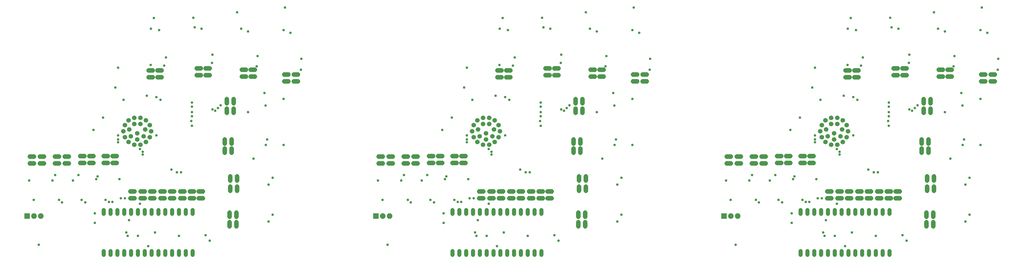
<source format=gbr>
G04 EAGLE Gerber RS-274X export*
G75*
%MOMM*%
%FSLAX34Y34*%
%LPD*%
%INSoldermask Bottom*%
%IPPOS*%
%AMOC8*
5,1,8,0,0,1.08239X$1,22.5*%
G01*
%ADD10C,1.727200*%
%ADD11R,2.082800X2.082800*%
%ADD12C,2.082800*%
%ADD13C,1.511200*%
%ADD14C,1.711200*%
%ADD15C,0.959600*%


D10*
X130810Y388620D02*
X146050Y388620D01*
X146050Y363220D02*
X130810Y363220D01*
X186690Y388620D02*
X201930Y388620D01*
X201930Y363220D02*
X186690Y363220D01*
X817880Y402590D02*
X817880Y417830D01*
X843280Y417830D02*
X843280Y402590D01*
X817880Y436880D02*
X817880Y452120D01*
X843280Y452120D02*
X843280Y436880D01*
X762000Y690880D02*
X746760Y690880D01*
X746760Y716280D02*
X762000Y716280D01*
X728980Y690880D02*
X713740Y690880D01*
X713740Y716280D02*
X728980Y716280D01*
X330200Y389890D02*
X314960Y389890D01*
X314960Y364490D02*
X330200Y364490D01*
X295910Y389890D02*
X280670Y389890D01*
X280670Y364490D02*
X295910Y364490D01*
X109220Y388620D02*
X93980Y388620D01*
X93980Y363220D02*
X109220Y363220D01*
X838200Y276860D02*
X838200Y261620D01*
X863600Y261620D02*
X863600Y276860D01*
X838200Y299720D02*
X838200Y314960D01*
X863600Y314960D02*
X863600Y299720D01*
X914400Y685800D02*
X929640Y685800D01*
X929640Y711200D02*
X914400Y711200D01*
X896620Y685800D02*
X881380Y685800D01*
X881380Y711200D02*
X896620Y711200D01*
X416560Y389890D02*
X401320Y389890D01*
X401320Y364490D02*
X416560Y364490D01*
X383540Y389890D02*
X368300Y389890D01*
X368300Y364490D02*
X383540Y364490D01*
X835660Y144780D02*
X835660Y129540D01*
X861060Y129540D02*
X861060Y144780D01*
X835660Y165100D02*
X835660Y180340D01*
X861060Y180340D02*
X861060Y165100D01*
X1074420Y668020D02*
X1089660Y668020D01*
X1089660Y693420D02*
X1074420Y693420D01*
X1054100Y668020D02*
X1038860Y668020D01*
X1038860Y693420D02*
X1054100Y693420D01*
X520700Y259080D02*
X505460Y259080D01*
X505460Y233680D02*
X520700Y233680D01*
X482600Y259080D02*
X467360Y259080D01*
X467360Y233680D02*
X482600Y233680D01*
X652780Y259080D02*
X668020Y259080D01*
X668020Y233680D02*
X652780Y233680D01*
X629920Y259080D02*
X614680Y259080D01*
X614680Y233680D02*
X629920Y233680D01*
X721360Y259080D02*
X736600Y259080D01*
X736600Y233680D02*
X721360Y233680D01*
X703580Y259080D02*
X688340Y259080D01*
X688340Y233680D02*
X703580Y233680D01*
X556260Y259080D02*
X541020Y259080D01*
X541020Y233680D02*
X556260Y233680D01*
X579120Y259080D02*
X594360Y259080D01*
X594360Y233680D02*
X579120Y233680D01*
X825500Y551180D02*
X825500Y566420D01*
X850900Y566420D02*
X850900Y551180D01*
X825500Y586740D02*
X825500Y601980D01*
X850900Y601980D02*
X850900Y586740D01*
X582930Y683260D02*
X567690Y683260D01*
X567690Y708660D02*
X582930Y708660D01*
X549910Y683260D02*
X534670Y683260D01*
X534670Y708660D02*
X549910Y708660D01*
X238760Y388620D02*
X223520Y388620D01*
X223520Y363220D02*
X238760Y363220D01*
D11*
X83820Y167640D03*
D12*
X109220Y167640D03*
X134620Y167640D03*
D13*
X393700Y176340D02*
X393700Y189420D01*
X698500Y189420D02*
X698500Y176340D01*
X673100Y176340D02*
X673100Y189420D01*
X647700Y189420D02*
X647700Y176340D01*
X622300Y176340D02*
X622300Y189420D01*
X596900Y189420D02*
X596900Y176340D01*
X571500Y176340D02*
X571500Y189420D01*
X546100Y189420D02*
X546100Y176340D01*
X520700Y176340D02*
X520700Y189420D01*
X495300Y189420D02*
X495300Y176340D01*
X469900Y176340D02*
X469900Y189420D01*
X698500Y37020D02*
X698500Y23940D01*
X673100Y23940D02*
X673100Y37020D01*
X520700Y37020D02*
X520700Y23940D01*
X495300Y23940D02*
X495300Y37020D01*
X469900Y37020D02*
X469900Y23940D01*
X444500Y23940D02*
X444500Y37020D01*
X368300Y37020D02*
X368300Y23940D01*
X368300Y176340D02*
X368300Y189420D01*
X419100Y189420D02*
X419100Y176340D01*
X444500Y176340D02*
X444500Y189420D01*
X393700Y37020D02*
X393700Y23940D01*
X419100Y23940D02*
X419100Y37020D01*
X647700Y37020D02*
X647700Y23940D01*
X546100Y23940D02*
X546100Y37020D01*
X571500Y37020D02*
X571500Y23940D01*
X596900Y23940D02*
X596900Y37020D01*
X622300Y37020D02*
X622300Y23940D01*
D14*
X504190Y532638D03*
X524764Y522732D03*
X538988Y504952D03*
X544322Y482600D03*
X538988Y460248D03*
X524764Y442468D03*
X504190Y432562D03*
X481330Y432562D03*
X460756Y442468D03*
X446532Y460248D03*
X441198Y482600D03*
X460756Y522732D03*
X481330Y532638D03*
X504190Y509778D03*
X522478Y489204D03*
X516382Y463550D03*
X469138Y463550D03*
X463042Y489204D03*
X481330Y509778D03*
X492760Y474980D03*
X492760Y452120D03*
X446532Y504952D03*
D10*
X1426210Y388620D02*
X1441450Y388620D01*
X1441450Y363220D02*
X1426210Y363220D01*
X1482090Y388620D02*
X1497330Y388620D01*
X1497330Y363220D02*
X1482090Y363220D01*
X2113280Y402590D02*
X2113280Y417830D01*
X2138680Y417830D02*
X2138680Y402590D01*
X2113280Y436880D02*
X2113280Y452120D01*
X2138680Y452120D02*
X2138680Y436880D01*
X2057400Y690880D02*
X2042160Y690880D01*
X2042160Y716280D02*
X2057400Y716280D01*
X2024380Y690880D02*
X2009140Y690880D01*
X2009140Y716280D02*
X2024380Y716280D01*
X1625600Y389890D02*
X1610360Y389890D01*
X1610360Y364490D02*
X1625600Y364490D01*
X1591310Y389890D02*
X1576070Y389890D01*
X1576070Y364490D02*
X1591310Y364490D01*
X1404620Y388620D02*
X1389380Y388620D01*
X1389380Y363220D02*
X1404620Y363220D01*
X2133600Y276860D02*
X2133600Y261620D01*
X2159000Y261620D02*
X2159000Y276860D01*
X2133600Y299720D02*
X2133600Y314960D01*
X2159000Y314960D02*
X2159000Y299720D01*
X2209800Y685800D02*
X2225040Y685800D01*
X2225040Y711200D02*
X2209800Y711200D01*
X2192020Y685800D02*
X2176780Y685800D01*
X2176780Y711200D02*
X2192020Y711200D01*
X1711960Y389890D02*
X1696720Y389890D01*
X1696720Y364490D02*
X1711960Y364490D01*
X1678940Y389890D02*
X1663700Y389890D01*
X1663700Y364490D02*
X1678940Y364490D01*
X2131060Y144780D02*
X2131060Y129540D01*
X2156460Y129540D02*
X2156460Y144780D01*
X2131060Y165100D02*
X2131060Y180340D01*
X2156460Y180340D02*
X2156460Y165100D01*
X2369820Y668020D02*
X2385060Y668020D01*
X2385060Y693420D02*
X2369820Y693420D01*
X2349500Y668020D02*
X2334260Y668020D01*
X2334260Y693420D02*
X2349500Y693420D01*
X1816100Y259080D02*
X1800860Y259080D01*
X1800860Y233680D02*
X1816100Y233680D01*
X1778000Y259080D02*
X1762760Y259080D01*
X1762760Y233680D02*
X1778000Y233680D01*
X1948180Y259080D02*
X1963420Y259080D01*
X1963420Y233680D02*
X1948180Y233680D01*
X1925320Y259080D02*
X1910080Y259080D01*
X1910080Y233680D02*
X1925320Y233680D01*
X2016760Y259080D02*
X2032000Y259080D01*
X2032000Y233680D02*
X2016760Y233680D01*
X1998980Y259080D02*
X1983740Y259080D01*
X1983740Y233680D02*
X1998980Y233680D01*
X1851660Y259080D02*
X1836420Y259080D01*
X1836420Y233680D02*
X1851660Y233680D01*
X1874520Y259080D02*
X1889760Y259080D01*
X1889760Y233680D02*
X1874520Y233680D01*
X2120900Y551180D02*
X2120900Y566420D01*
X2146300Y566420D02*
X2146300Y551180D01*
X2120900Y586740D02*
X2120900Y601980D01*
X2146300Y601980D02*
X2146300Y586740D01*
X1878330Y683260D02*
X1863090Y683260D01*
X1863090Y708660D02*
X1878330Y708660D01*
X1845310Y683260D02*
X1830070Y683260D01*
X1830070Y708660D02*
X1845310Y708660D01*
X1534160Y388620D02*
X1518920Y388620D01*
X1518920Y363220D02*
X1534160Y363220D01*
D11*
X1379220Y167640D03*
D12*
X1404620Y167640D03*
X1430020Y167640D03*
D13*
X1689100Y176340D02*
X1689100Y189420D01*
X1993900Y189420D02*
X1993900Y176340D01*
X1968500Y176340D02*
X1968500Y189420D01*
X1943100Y189420D02*
X1943100Y176340D01*
X1917700Y176340D02*
X1917700Y189420D01*
X1892300Y189420D02*
X1892300Y176340D01*
X1866900Y176340D02*
X1866900Y189420D01*
X1841500Y189420D02*
X1841500Y176340D01*
X1816100Y176340D02*
X1816100Y189420D01*
X1790700Y189420D02*
X1790700Y176340D01*
X1765300Y176340D02*
X1765300Y189420D01*
X1993900Y37020D02*
X1993900Y23940D01*
X1968500Y23940D02*
X1968500Y37020D01*
X1816100Y37020D02*
X1816100Y23940D01*
X1790700Y23940D02*
X1790700Y37020D01*
X1765300Y37020D02*
X1765300Y23940D01*
X1739900Y23940D02*
X1739900Y37020D01*
X1663700Y37020D02*
X1663700Y23940D01*
X1663700Y176340D02*
X1663700Y189420D01*
X1714500Y189420D02*
X1714500Y176340D01*
X1739900Y176340D02*
X1739900Y189420D01*
X1689100Y37020D02*
X1689100Y23940D01*
X1714500Y23940D02*
X1714500Y37020D01*
X1943100Y37020D02*
X1943100Y23940D01*
X1841500Y23940D02*
X1841500Y37020D01*
X1866900Y37020D02*
X1866900Y23940D01*
X1892300Y23940D02*
X1892300Y37020D01*
X1917700Y37020D02*
X1917700Y23940D01*
D14*
X1799590Y532638D03*
X1820164Y522732D03*
X1834388Y504952D03*
X1839722Y482600D03*
X1834388Y460248D03*
X1820164Y442468D03*
X1799590Y432562D03*
X1776730Y432562D03*
X1756156Y442468D03*
X1741932Y460248D03*
X1736598Y482600D03*
X1756156Y522732D03*
X1776730Y532638D03*
X1799590Y509778D03*
X1817878Y489204D03*
X1811782Y463550D03*
X1764538Y463550D03*
X1758442Y489204D03*
X1776730Y509778D03*
X1788160Y474980D03*
X1788160Y452120D03*
X1741932Y504952D03*
D10*
X2719070Y388620D02*
X2734310Y388620D01*
X2734310Y363220D02*
X2719070Y363220D01*
X2774950Y388620D02*
X2790190Y388620D01*
X2790190Y363220D02*
X2774950Y363220D01*
X3406140Y402590D02*
X3406140Y417830D01*
X3431540Y417830D02*
X3431540Y402590D01*
X3406140Y436880D02*
X3406140Y452120D01*
X3431540Y452120D02*
X3431540Y436880D01*
X3350260Y690880D02*
X3335020Y690880D01*
X3335020Y716280D02*
X3350260Y716280D01*
X3317240Y690880D02*
X3302000Y690880D01*
X3302000Y716280D02*
X3317240Y716280D01*
X2918460Y389890D02*
X2903220Y389890D01*
X2903220Y364490D02*
X2918460Y364490D01*
X2884170Y389890D02*
X2868930Y389890D01*
X2868930Y364490D02*
X2884170Y364490D01*
X2697480Y388620D02*
X2682240Y388620D01*
X2682240Y363220D02*
X2697480Y363220D01*
X3426460Y276860D02*
X3426460Y261620D01*
X3451860Y261620D02*
X3451860Y276860D01*
X3426460Y299720D02*
X3426460Y314960D01*
X3451860Y314960D02*
X3451860Y299720D01*
X3502660Y685800D02*
X3517900Y685800D01*
X3517900Y711200D02*
X3502660Y711200D01*
X3484880Y685800D02*
X3469640Y685800D01*
X3469640Y711200D02*
X3484880Y711200D01*
X3004820Y389890D02*
X2989580Y389890D01*
X2989580Y364490D02*
X3004820Y364490D01*
X2971800Y389890D02*
X2956560Y389890D01*
X2956560Y364490D02*
X2971800Y364490D01*
X3423920Y144780D02*
X3423920Y129540D01*
X3449320Y129540D02*
X3449320Y144780D01*
X3423920Y165100D02*
X3423920Y180340D01*
X3449320Y180340D02*
X3449320Y165100D01*
X3662680Y668020D02*
X3677920Y668020D01*
X3677920Y693420D02*
X3662680Y693420D01*
X3642360Y668020D02*
X3627120Y668020D01*
X3627120Y693420D02*
X3642360Y693420D01*
X3108960Y259080D02*
X3093720Y259080D01*
X3093720Y233680D02*
X3108960Y233680D01*
X3070860Y259080D02*
X3055620Y259080D01*
X3055620Y233680D02*
X3070860Y233680D01*
X3241040Y259080D02*
X3256280Y259080D01*
X3256280Y233680D02*
X3241040Y233680D01*
X3218180Y259080D02*
X3202940Y259080D01*
X3202940Y233680D02*
X3218180Y233680D01*
X3309620Y259080D02*
X3324860Y259080D01*
X3324860Y233680D02*
X3309620Y233680D01*
X3291840Y259080D02*
X3276600Y259080D01*
X3276600Y233680D02*
X3291840Y233680D01*
X3144520Y259080D02*
X3129280Y259080D01*
X3129280Y233680D02*
X3144520Y233680D01*
X3167380Y259080D02*
X3182620Y259080D01*
X3182620Y233680D02*
X3167380Y233680D01*
X3413760Y551180D02*
X3413760Y566420D01*
X3439160Y566420D02*
X3439160Y551180D01*
X3413760Y586740D02*
X3413760Y601980D01*
X3439160Y601980D02*
X3439160Y586740D01*
X3171190Y683260D02*
X3155950Y683260D01*
X3155950Y708660D02*
X3171190Y708660D01*
X3138170Y683260D02*
X3122930Y683260D01*
X3122930Y708660D02*
X3138170Y708660D01*
X2827020Y388620D02*
X2811780Y388620D01*
X2811780Y363220D02*
X2827020Y363220D01*
D11*
X2672080Y167640D03*
D12*
X2697480Y167640D03*
X2722880Y167640D03*
D13*
X2981960Y176340D02*
X2981960Y189420D01*
X3286760Y189420D02*
X3286760Y176340D01*
X3261360Y176340D02*
X3261360Y189420D01*
X3235960Y189420D02*
X3235960Y176340D01*
X3210560Y176340D02*
X3210560Y189420D01*
X3185160Y189420D02*
X3185160Y176340D01*
X3159760Y176340D02*
X3159760Y189420D01*
X3134360Y189420D02*
X3134360Y176340D01*
X3108960Y176340D02*
X3108960Y189420D01*
X3083560Y189420D02*
X3083560Y176340D01*
X3058160Y176340D02*
X3058160Y189420D01*
X3286760Y37020D02*
X3286760Y23940D01*
X3261360Y23940D02*
X3261360Y37020D01*
X3108960Y37020D02*
X3108960Y23940D01*
X3083560Y23940D02*
X3083560Y37020D01*
X3058160Y37020D02*
X3058160Y23940D01*
X3032760Y23940D02*
X3032760Y37020D01*
X2956560Y37020D02*
X2956560Y23940D01*
X2956560Y176340D02*
X2956560Y189420D01*
X3007360Y189420D02*
X3007360Y176340D01*
X3032760Y176340D02*
X3032760Y189420D01*
X2981960Y37020D02*
X2981960Y23940D01*
X3007360Y23940D02*
X3007360Y37020D01*
X3235960Y37020D02*
X3235960Y23940D01*
X3134360Y23940D02*
X3134360Y37020D01*
X3159760Y37020D02*
X3159760Y23940D01*
X3185160Y23940D02*
X3185160Y37020D01*
X3210560Y37020D02*
X3210560Y23940D01*
D14*
X3092450Y532638D03*
X3113024Y522732D03*
X3127248Y504952D03*
X3132582Y482600D03*
X3127248Y460248D03*
X3113024Y442468D03*
X3092450Y432562D03*
X3069590Y432562D03*
X3049016Y442468D03*
X3034792Y460248D03*
X3029458Y482600D03*
X3049016Y522732D03*
X3069590Y532638D03*
X3092450Y509778D03*
X3110738Y489204D03*
X3104642Y463550D03*
X3057398Y463550D03*
X3051302Y489204D03*
X3069590Y509778D03*
X3081020Y474980D03*
X3081020Y452120D03*
X3034792Y504952D03*
D15*
X558800Y106680D03*
X533400Y55880D03*
X457200Y93980D03*
X177800Y299720D03*
X254000Y299720D03*
X340360Y304800D03*
X426720Y304800D03*
X365760Y533400D03*
X330200Y487680D03*
X411480Y645160D03*
X441960Y599440D03*
X965200Y624840D03*
X969010Y577850D03*
X975360Y452120D03*
X970280Y431800D03*
X995680Y309880D03*
X980440Y284480D03*
X995680Y172720D03*
X980440Y147426D03*
X706120Y868680D03*
X731520Y863600D03*
X878840Y863600D03*
X904240Y853440D03*
X1036320Y858520D03*
X1061720Y848360D03*
X599440Y756920D03*
X592864Y726440D03*
X770664Y736600D03*
X772160Y767080D03*
X935990Y723900D03*
X939800Y762000D03*
X1100864Y711200D03*
X1102360Y751840D03*
X543560Y863600D03*
X574040Y858520D03*
X528320Y614680D03*
X542516Y728980D03*
X431800Y233680D03*
X447040Y233680D03*
X746760Y96520D03*
X762000Y76200D03*
X563880Y467360D03*
X421640Y718820D03*
X127000Y60960D03*
X462280Y152400D03*
X335280Y142240D03*
X495300Y93980D03*
X452120Y106680D03*
X579120Y599440D03*
X421640Y467360D03*
X563880Y609600D03*
X335280Y177800D03*
X91440Y299720D03*
X345440Y314960D03*
X187960Y320040D03*
X274320Y320040D03*
X647700Y93980D03*
X502920Y213360D03*
X400050Y219710D03*
X107950Y227330D03*
X201930Y227330D03*
X285750Y227330D03*
X374650Y227330D03*
X904240Y553720D03*
X1036320Y602614D03*
X213360Y218440D03*
X299720Y218440D03*
X387350Y219710D03*
X772160Y563880D03*
X554254Y903504D03*
X695960Y574040D03*
X421640Y441960D03*
X695960Y589280D03*
X421640Y452120D03*
X924560Y381000D03*
X1036320Y431800D03*
X619760Y340360D03*
X782320Y558800D03*
X701040Y904240D03*
X695960Y538480D03*
X513080Y406400D03*
X695960Y553720D03*
X502920Y416560D03*
X640080Y330200D03*
X792480Y568960D03*
X863600Y924560D03*
X695960Y502920D03*
X693420Y520700D03*
X513080Y396240D03*
X802640Y579120D03*
X1041400Y942340D03*
X655320Y330200D03*
X1854200Y106680D03*
X1828800Y55880D03*
X1752600Y93980D03*
X1473200Y299720D03*
X1549400Y299720D03*
X1635760Y304800D03*
X1722120Y304800D03*
X1661160Y533400D03*
X1625600Y487680D03*
X1706880Y645160D03*
X1737360Y599440D03*
X2260600Y624840D03*
X2264410Y577850D03*
X2270760Y452120D03*
X2265680Y431800D03*
X2291080Y309880D03*
X2275840Y284480D03*
X2291080Y172720D03*
X2275840Y147426D03*
X2001520Y868680D03*
X2026920Y863600D03*
X2174240Y863600D03*
X2199640Y853440D03*
X2331720Y858520D03*
X2357120Y848360D03*
X1894840Y756920D03*
X1888264Y726440D03*
X2066064Y736600D03*
X2067560Y767080D03*
X2231390Y723900D03*
X2235200Y762000D03*
X2396264Y711200D03*
X2397760Y751840D03*
X1838960Y863600D03*
X1869440Y858520D03*
X1823720Y614680D03*
X1837916Y728980D03*
X1727200Y233680D03*
X1742440Y233680D03*
X2042160Y96520D03*
X2057400Y76200D03*
X1859280Y467360D03*
X1717040Y718820D03*
X1422400Y60960D03*
X1757680Y152400D03*
X1630680Y142240D03*
X1790700Y93980D03*
X1747520Y106680D03*
X1874520Y599440D03*
X1717040Y467360D03*
X1859280Y609600D03*
X1630680Y177800D03*
X1386840Y299720D03*
X1640840Y314960D03*
X1483360Y320040D03*
X1569720Y320040D03*
X1943100Y93980D03*
X1798320Y213360D03*
X1695450Y219710D03*
X1403350Y227330D03*
X1497330Y227330D03*
X1581150Y227330D03*
X1670050Y227330D03*
X2199640Y553720D03*
X2331720Y602614D03*
X1508760Y218440D03*
X1595120Y218440D03*
X1682750Y219710D03*
X2067560Y563880D03*
X1849654Y903504D03*
X1991360Y574040D03*
X1717040Y441960D03*
X1991360Y589280D03*
X1717040Y452120D03*
X2219960Y381000D03*
X2331720Y431800D03*
X1915160Y340360D03*
X2077720Y558800D03*
X1996440Y904240D03*
X1991360Y538480D03*
X1808480Y406400D03*
X1991360Y553720D03*
X1798320Y416560D03*
X1935480Y330200D03*
X2087880Y568960D03*
X2159000Y924560D03*
X1991360Y502920D03*
X1988820Y520700D03*
X1808480Y396240D03*
X2098040Y579120D03*
X2336800Y942340D03*
X1950720Y330200D03*
X3147060Y106680D03*
X3121660Y55880D03*
X3045460Y93980D03*
X2766060Y299720D03*
X2842260Y299720D03*
X2928620Y304800D03*
X3014980Y304800D03*
X2954020Y533400D03*
X2918460Y487680D03*
X2999740Y645160D03*
X3030220Y599440D03*
X3553460Y624840D03*
X3557270Y577850D03*
X3563620Y452120D03*
X3558540Y431800D03*
X3583940Y309880D03*
X3568700Y284480D03*
X3583940Y172720D03*
X3568700Y147426D03*
X3294380Y868680D03*
X3319780Y863600D03*
X3467100Y863600D03*
X3492500Y853440D03*
X3624580Y858520D03*
X3649980Y848360D03*
X3187700Y756920D03*
X3181124Y726440D03*
X3358924Y736600D03*
X3360420Y767080D03*
X3524250Y723900D03*
X3528060Y762000D03*
X3689124Y711200D03*
X3690620Y751840D03*
X3131820Y863600D03*
X3162300Y858520D03*
X3116580Y614680D03*
X3130776Y728980D03*
X3020060Y233680D03*
X3035300Y233680D03*
X3335020Y96520D03*
X3350260Y76200D03*
X3152140Y467360D03*
X3009900Y718820D03*
X2715260Y60960D03*
X3050540Y152400D03*
X2923540Y142240D03*
X3083560Y93980D03*
X3040380Y106680D03*
X3167380Y599440D03*
X3009900Y467360D03*
X3152140Y609600D03*
X2923540Y177800D03*
X2679700Y299720D03*
X2933700Y314960D03*
X2776220Y320040D03*
X2862580Y320040D03*
X3235960Y93980D03*
X3091180Y213360D03*
X2988310Y219710D03*
X2696210Y227330D03*
X2790190Y227330D03*
X2874010Y227330D03*
X2962910Y227330D03*
X3492500Y553720D03*
X3624580Y602614D03*
X2801620Y218440D03*
X2887980Y218440D03*
X2975610Y219710D03*
X3360420Y563880D03*
X3142514Y903504D03*
X3284220Y574040D03*
X3009900Y441960D03*
X3284220Y589280D03*
X3009900Y452120D03*
X3512820Y381000D03*
X3624580Y431800D03*
X3208020Y340360D03*
X3370580Y558800D03*
X3289300Y904240D03*
X3284220Y538480D03*
X3101340Y406400D03*
X3284220Y553720D03*
X3091180Y416560D03*
X3228340Y330200D03*
X3380740Y568960D03*
X3451860Y924560D03*
X3284220Y502920D03*
X3281680Y520700D03*
X3101340Y396240D03*
X3390900Y579120D03*
X3629660Y942340D03*
X3243580Y330200D03*
M02*

</source>
